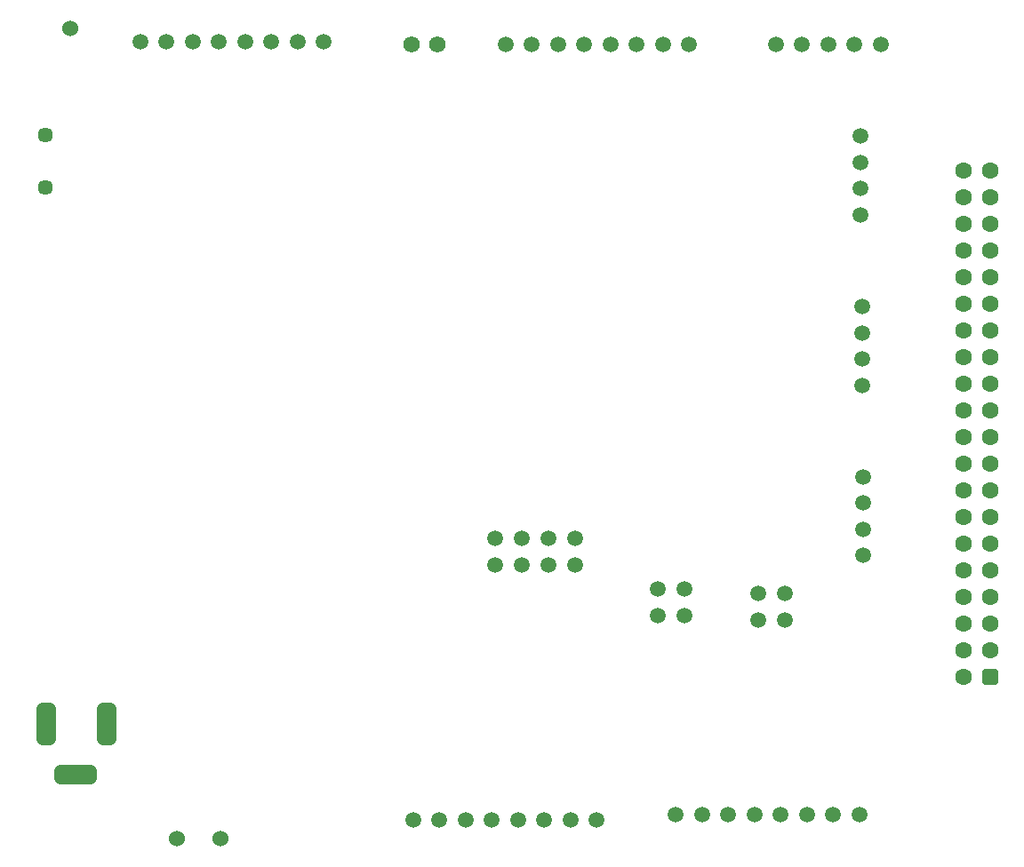
<source format=gbr>
G04*
G04 #@! TF.GenerationSoftware,Altium Limited,Altium Designer,24.2.2 (26)*
G04*
G04 Layer_Color=12632256*
%FSLAX44Y44*%
%MOMM*%
G71*
G04*
G04 #@! TF.SameCoordinates,251A4116-46B9-4EB5-9C36-AF9AACF17162*
G04*
G04*
G04 #@! TF.FilePolarity,Positive*
G04*
G01*
G75*
%ADD88C,1.5300*%
G04:AMPARAMS|DCode=89|XSize=4mm|YSize=1.8mm|CornerRadius=0.45mm|HoleSize=0mm|Usage=FLASHONLY|Rotation=90.000|XOffset=0mm|YOffset=0mm|HoleType=Round|Shape=RoundedRectangle|*
%AMROUNDEDRECTD89*
21,1,4.0000,0.9000,0,0,90.0*
21,1,3.1000,1.8000,0,0,90.0*
1,1,0.9000,0.4500,1.5500*
1,1,0.9000,0.4500,-1.5500*
1,1,0.9000,-0.4500,-1.5500*
1,1,0.9000,-0.4500,1.5500*
%
%ADD89ROUNDEDRECTD89*%
G04:AMPARAMS|DCode=90|XSize=4mm|YSize=1.8mm|CornerRadius=0.45mm|HoleSize=0mm|Usage=FLASHONLY|Rotation=180.000|XOffset=0mm|YOffset=0mm|HoleType=Round|Shape=RoundedRectangle|*
%AMROUNDEDRECTD90*
21,1,4.0000,0.9000,0,0,180.0*
21,1,3.1000,1.8000,0,0,180.0*
1,1,0.9000,-1.5500,0.4500*
1,1,0.9000,1.5500,0.4500*
1,1,0.9000,1.5500,-0.4500*
1,1,0.9000,-1.5500,-0.4500*
%
%ADD90ROUNDEDRECTD90*%
%ADD91C,1.5080*%
%ADD93C,1.4500*%
%ADD95C,1.5750*%
%ADD97C,1.6000*%
G04:AMPARAMS|DCode=98|XSize=1.6mm|YSize=1.6mm|CornerRadius=0.4mm|HoleSize=0mm|Usage=FLASHONLY|Rotation=270.000|XOffset=0mm|YOffset=0mm|HoleType=Round|Shape=RoundedRectangle|*
%AMROUNDEDRECTD98*
21,1,1.6000,0.8000,0,0,270.0*
21,1,0.8000,1.6000,0,0,270.0*
1,1,0.8000,-0.4000,-0.4000*
1,1,0.8000,-0.4000,0.4000*
1,1,0.8000,0.4000,0.4000*
1,1,0.8000,0.4000,-0.4000*
%
%ADD98ROUNDEDRECTD98*%
%ADD99C,1.5200*%
D88*
X224790Y30480D02*
D03*
X81280Y802640D02*
D03*
X182880Y30480D02*
D03*
D89*
X116360Y139440D02*
D03*
X58360D02*
D03*
D90*
X86360Y91440D02*
D03*
D91*
X273050Y789940D02*
D03*
X835660Y537210D02*
D03*
X621030Y787400D02*
D03*
X853440D02*
D03*
X708120Y53340D02*
D03*
X658120D02*
D03*
X758120D02*
D03*
X808120D02*
D03*
X833120D02*
D03*
X783120D02*
D03*
X683120D02*
D03*
X733120D02*
D03*
X458070Y48260D02*
D03*
X408070D02*
D03*
X508070D02*
D03*
X558070D02*
D03*
X583070D02*
D03*
X533070D02*
D03*
X433070D02*
D03*
X483070D02*
D03*
X148050Y789940D02*
D03*
X173050D02*
D03*
X198050D02*
D03*
X223050D02*
D03*
X323050D02*
D03*
X298050D02*
D03*
X248050D02*
D03*
X496030Y787400D02*
D03*
X521030D02*
D03*
X546030D02*
D03*
X571030D02*
D03*
X671030D02*
D03*
X646030D02*
D03*
X596030D02*
D03*
X828440D02*
D03*
X803440D02*
D03*
X778440D02*
D03*
X753440D02*
D03*
X834390Y699840D02*
D03*
Y674840D02*
D03*
Y624840D02*
D03*
Y649840D02*
D03*
X835660Y512210D02*
D03*
Y462210D02*
D03*
Y487210D02*
D03*
X836930Y325120D02*
D03*
Y300120D02*
D03*
Y350120D02*
D03*
Y375120D02*
D03*
D93*
X57480Y700480D02*
D03*
Y650480D02*
D03*
D95*
X431600Y787230D02*
D03*
X406600D02*
D03*
D97*
X932180Y463550D02*
D03*
X957580D02*
D03*
X932180Y438150D02*
D03*
Y412750D02*
D03*
X957580Y438150D02*
D03*
Y412750D02*
D03*
X932180Y311150D02*
D03*
Y285750D02*
D03*
X957580Y311150D02*
D03*
Y285750D02*
D03*
X932180Y184150D02*
D03*
X957580Y209550D02*
D03*
X932180D02*
D03*
X957580Y234950D02*
D03*
X932180D02*
D03*
X957580Y260350D02*
D03*
X932180D02*
D03*
X957580Y336550D02*
D03*
X932180D02*
D03*
X957580Y361950D02*
D03*
Y387350D02*
D03*
X932180Y361950D02*
D03*
Y387350D02*
D03*
X957580Y488950D02*
D03*
Y514350D02*
D03*
Y539750D02*
D03*
Y565150D02*
D03*
X932180Y488950D02*
D03*
Y514350D02*
D03*
Y539750D02*
D03*
Y565150D02*
D03*
X957580Y590550D02*
D03*
Y641350D02*
D03*
Y666750D02*
D03*
X932180Y590550D02*
D03*
Y615950D02*
D03*
Y641350D02*
D03*
Y666750D02*
D03*
X957580Y615950D02*
D03*
D98*
Y184150D02*
D03*
D99*
X486410Y290830D02*
D03*
Y316230D02*
D03*
X511810Y290830D02*
D03*
Y316230D02*
D03*
X537210Y290830D02*
D03*
Y316230D02*
D03*
X562610Y290830D02*
D03*
Y316230D02*
D03*
X666750Y267970D02*
D03*
Y242570D02*
D03*
X641350Y267970D02*
D03*
Y242570D02*
D03*
X762000Y264160D02*
D03*
Y238760D02*
D03*
X736600Y264160D02*
D03*
Y238760D02*
D03*
M02*

</source>
